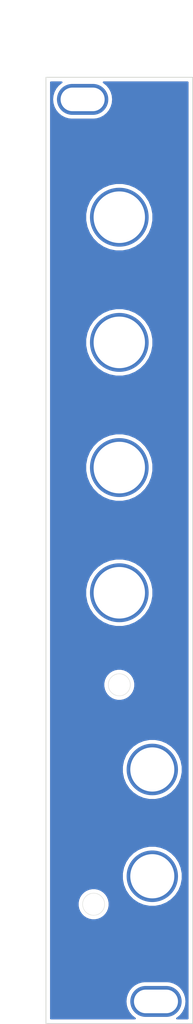
<source format=kicad_pcb>
(kicad_pcb (version 20171130) (host pcbnew 5.1.9+dfsg1-1~bpo10+1)

  (general
    (thickness 1.6)
    (drawings 29)
    (tracks 0)
    (zones 0)
    (modules 7)
    (nets 1)
  )

  (page A4)
  (layers
    (0 F.Cu signal)
    (31 B.Cu signal)
    (32 B.Adhes user)
    (33 F.Adhes user)
    (34 B.Paste user)
    (35 F.Paste user)
    (36 B.SilkS user)
    (37 F.SilkS user)
    (38 B.Mask user)
    (39 F.Mask user)
    (40 Dwgs.User user)
    (41 Cmts.User user)
    (42 Eco1.User user)
    (43 Eco2.User user)
    (44 Edge.Cuts user)
    (45 Margin user)
    (46 B.CrtYd user)
    (47 F.CrtYd user)
    (48 B.Fab user)
    (49 F.Fab user)
  )

  (setup
    (last_trace_width 0.3)
    (user_trace_width 0.45)
    (user_trace_width 0.75)
    (user_trace_width 1)
    (trace_clearance 0.2)
    (zone_clearance 0.508)
    (zone_45_only no)
    (trace_min 0.2)
    (via_size 0.8)
    (via_drill 0.4)
    (via_min_size 0.4)
    (via_min_drill 0.3)
    (uvia_size 0.3)
    (uvia_drill 0.1)
    (uvias_allowed no)
    (uvia_min_size 0.2)
    (uvia_min_drill 0.1)
    (edge_width 0.05)
    (segment_width 0.2)
    (pcb_text_width 0.3)
    (pcb_text_size 1.5 1.5)
    (mod_edge_width 0.12)
    (mod_text_size 1 1)
    (mod_text_width 0.15)
    (pad_size 1.524 1.524)
    (pad_drill 0.762)
    (pad_to_mask_clearance 0)
    (aux_axis_origin 0 0)
    (visible_elements FFFFFF7F)
    (pcbplotparams
      (layerselection 0x010fc_ffffffff)
      (usegerberextensions false)
      (usegerberattributes true)
      (usegerberadvancedattributes true)
      (creategerberjobfile true)
      (excludeedgelayer true)
      (linewidth 0.100000)
      (plotframeref false)
      (viasonmask false)
      (mode 1)
      (useauxorigin false)
      (hpglpennumber 1)
      (hpglpenspeed 20)
      (hpglpendiameter 15.000000)
      (psnegative false)
      (psa4output false)
      (plotreference true)
      (plotvalue true)
      (plotinvisibletext false)
      (padsonsilk false)
      (subtractmaskfromsilk false)
      (outputformat 1)
      (mirror false)
      (drillshape 0)
      (scaleselection 1)
      (outputdirectory "MiniADSR v1.0 - Front Panel/"))
  )

  (net 0 "")

  (net_class Default "This is the default net class."
    (clearance 0.2)
    (trace_width 0.3)
    (via_dia 0.8)
    (via_drill 0.4)
    (uvia_dia 0.3)
    (uvia_drill 0.1)
  )

  (module benjiaomodular:PanelHole_AudioJack_3.5mm (layer F.Cu) (tedit 61D8AE03) (tstamp 61D8DADE)
    (at 64.5 127.5)
    (fp_text reference REF** (at 0 0.5) (layer F.Fab) hide
      (effects (font (size 1 1) (thickness 0.15)))
    )
    (fp_text value PanelHole_AudioJack_3.5mm (at 0 14) (layer F.Fab) hide
      (effects (font (size 1 1) (thickness 0.15)))
    )
    (fp_line (start -4.5 12.48) (end -4.5 2.08) (layer F.Fab) (width 0.1))
    (fp_line (start 4.5 12.48) (end -4.5 12.48) (layer F.Fab) (width 0.1))
    (fp_line (start 5 12.98) (end -5 12.98) (layer F.CrtYd) (width 0.05))
    (fp_line (start 0 0) (end 0 2.03) (layer F.Fab) (width 0.1))
    (fp_line (start 5 -1.42) (end -5 -1.42) (layer F.CrtYd) (width 0.05))
    (fp_line (start 4.5 2.03) (end -4.5 2.03) (layer F.Fab) (width 0.1))
    (fp_line (start -5 12.98) (end -5 -1.42) (layer F.CrtYd) (width 0.05))
    (fp_line (start 4.5 12.48) (end 4.5 2.08) (layer F.Fab) (width 0.1))
    (fp_line (start 5 12.98) (end 5 -1.42) (layer F.CrtYd) (width 0.05))
    (fp_circle (center 0 6.5) (end 4 6.5) (layer F.Fab) (width 0.12))
    (pad "" thru_hole circle (at 0 6.5 180) (size 7 7) (drill 6) (layers *.Cu *.Mask))
  )

  (module benjiaomodular:PanelHole_Potentiometer_RV09 (layer F.Cu) (tedit 61D85F11) (tstamp 61D8DE60)
    (at 57.5 117.5 90)
    (fp_text reference REF** (at 0 0.5 90) (layer F.SilkS) hide
      (effects (font (size 1 1) (thickness 0.15)))
    )
    (fp_text value PanelHole_Potentiometer_RV09 (at 5.5 10 90) (layer F.Fab) hide
      (effects (font (size 1 1) (thickness 0.15)))
    )
    (fp_circle (center 7.5 2.5) (end 15 2.5) (layer F.Fab) (width 0.12))
    (fp_line (start -1.15 -3.91) (end -1.15 8.91) (layer F.CrtYd) (width 0.05))
    (fp_line (start 12.35 7.25) (end 12.35 -2.25) (layer F.Fab) (width 0.1))
    (fp_line (start 12.6 8.91) (end 12.6 -3.91) (layer F.CrtYd) (width 0.05))
    (fp_line (start 1 7.25) (end 12.35 7.25) (layer F.Fab) (width 0.1))
    (fp_line (start 1 -2.25) (end 12.35 -2.25) (layer F.Fab) (width 0.1))
    (fp_circle (center 7.5 2.5) (end 7.5 -1) (layer F.Fab) (width 0.1))
    (fp_line (start 12.6 -3.91) (end -1.15 -3.91) (layer F.CrtYd) (width 0.05))
    (fp_line (start -1.15 8.91) (end 12.6 8.91) (layer F.CrtYd) (width 0.05))
    (fp_line (start 1 7.25) (end 1 -2.25) (layer F.Fab) (width 0.1))
    (fp_text user REF** (at 0 0.5 90) (layer F.SilkS) hide
      (effects (font (size 1 1) (thickness 0.15)))
    )
    (fp_text user %R (at 7.62 2.54 90) (layer F.Fab)
      (effects (font (size 1 1) (thickness 0.15)))
    )
    (pad "" thru_hole circle (at 7.5 2.5 180) (size 8 8) (drill 7) (layers *.Cu *.Mask))
  )

  (module benjiaomodular:PanelHole_Potentiometer_RV09 (layer F.Cu) (tedit 61D85F11) (tstamp 61D8DE1F)
    (at 57.5 100.5 90)
    (fp_text reference REF** (at 0 0.5 90) (layer F.SilkS) hide
      (effects (font (size 1 1) (thickness 0.15)))
    )
    (fp_text value PanelHole_Potentiometer_RV09 (at 5.5 10 90) (layer F.Fab) hide
      (effects (font (size 1 1) (thickness 0.15)))
    )
    (fp_circle (center 7.5 2.5) (end 15 2.5) (layer F.Fab) (width 0.12))
    (fp_line (start -1.15 -3.91) (end -1.15 8.91) (layer F.CrtYd) (width 0.05))
    (fp_line (start 12.35 7.25) (end 12.35 -2.25) (layer F.Fab) (width 0.1))
    (fp_line (start 12.6 8.91) (end 12.6 -3.91) (layer F.CrtYd) (width 0.05))
    (fp_line (start 1 7.25) (end 12.35 7.25) (layer F.Fab) (width 0.1))
    (fp_line (start 1 -2.25) (end 12.35 -2.25) (layer F.Fab) (width 0.1))
    (fp_circle (center 7.5 2.5) (end 7.5 -1) (layer F.Fab) (width 0.1))
    (fp_line (start 12.6 -3.91) (end -1.15 -3.91) (layer F.CrtYd) (width 0.05))
    (fp_line (start -1.15 8.91) (end 12.6 8.91) (layer F.CrtYd) (width 0.05))
    (fp_line (start 1 7.25) (end 1 -2.25) (layer F.Fab) (width 0.1))
    (fp_text user REF** (at 0 0.5 90) (layer F.SilkS) hide
      (effects (font (size 1 1) (thickness 0.15)))
    )
    (fp_text user %R (at 7.62 2.54 90) (layer F.Fab)
      (effects (font (size 1 1) (thickness 0.15)))
    )
    (pad "" thru_hole circle (at 7.5 2.5 180) (size 8 8) (drill 7) (layers *.Cu *.Mask))
  )

  (module benjiaomodular:PanelHole_Potentiometer_RV09 (layer F.Cu) (tedit 61D85F11) (tstamp 61D8DDDE)
    (at 57.5 83.5 90)
    (fp_text reference REF** (at 0 0.5 90) (layer F.SilkS) hide
      (effects (font (size 1 1) (thickness 0.15)))
    )
    (fp_text value PanelHole_Potentiometer_RV09 (at 5.5 10 90) (layer F.Fab) hide
      (effects (font (size 1 1) (thickness 0.15)))
    )
    (fp_circle (center 7.5 2.5) (end 15 2.5) (layer F.Fab) (width 0.12))
    (fp_line (start -1.15 -3.91) (end -1.15 8.91) (layer F.CrtYd) (width 0.05))
    (fp_line (start 12.35 7.25) (end 12.35 -2.25) (layer F.Fab) (width 0.1))
    (fp_line (start 12.6 8.91) (end 12.6 -3.91) (layer F.CrtYd) (width 0.05))
    (fp_line (start 1 7.25) (end 12.35 7.25) (layer F.Fab) (width 0.1))
    (fp_line (start 1 -2.25) (end 12.35 -2.25) (layer F.Fab) (width 0.1))
    (fp_circle (center 7.5 2.5) (end 7.5 -1) (layer F.Fab) (width 0.1))
    (fp_line (start 12.6 -3.91) (end -1.15 -3.91) (layer F.CrtYd) (width 0.05))
    (fp_line (start -1.15 8.91) (end 12.6 8.91) (layer F.CrtYd) (width 0.05))
    (fp_line (start 1 7.25) (end 1 -2.25) (layer F.Fab) (width 0.1))
    (fp_text user REF** (at 0 0.5 90) (layer F.SilkS) hide
      (effects (font (size 1 1) (thickness 0.15)))
    )
    (fp_text user %R (at 7.62 2.54 90) (layer F.Fab)
      (effects (font (size 1 1) (thickness 0.15)))
    )
    (pad "" thru_hole circle (at 7.5 2.5 180) (size 8 8) (drill 7) (layers *.Cu *.Mask))
  )

  (module benjiaomodular:PanelHole_Potentiometer_RV09 (layer F.Cu) (tedit 61D85F11) (tstamp 61D8DD9D)
    (at 57.5 66.5 90)
    (fp_text reference REF** (at 0 0.5 90) (layer F.SilkS) hide
      (effects (font (size 1 1) (thickness 0.15)))
    )
    (fp_text value PanelHole_Potentiometer_RV09 (at 5.5 10 90) (layer F.Fab) hide
      (effects (font (size 1 1) (thickness 0.15)))
    )
    (fp_circle (center 7.5 2.5) (end 15 2.5) (layer F.Fab) (width 0.12))
    (fp_line (start -1.15 -3.91) (end -1.15 8.91) (layer F.CrtYd) (width 0.05))
    (fp_line (start 12.35 7.25) (end 12.35 -2.25) (layer F.Fab) (width 0.1))
    (fp_line (start 12.6 8.91) (end 12.6 -3.91) (layer F.CrtYd) (width 0.05))
    (fp_line (start 1 7.25) (end 12.35 7.25) (layer F.Fab) (width 0.1))
    (fp_line (start 1 -2.25) (end 12.35 -2.25) (layer F.Fab) (width 0.1))
    (fp_circle (center 7.5 2.5) (end 7.5 -1) (layer F.Fab) (width 0.1))
    (fp_line (start 12.6 -3.91) (end -1.15 -3.91) (layer F.CrtYd) (width 0.05))
    (fp_line (start -1.15 8.91) (end 12.6 8.91) (layer F.CrtYd) (width 0.05))
    (fp_line (start 1 7.25) (end 1 -2.25) (layer F.Fab) (width 0.1))
    (fp_text user REF** (at 0 0.5 90) (layer F.SilkS) hide
      (effects (font (size 1 1) (thickness 0.15)))
    )
    (fp_text user %R (at 7.62 2.54 90) (layer F.Fab)
      (effects (font (size 1 1) (thickness 0.15)))
    )
    (pad "" thru_hole circle (at 7.5 2.5 180) (size 8 8) (drill 7) (layers *.Cu *.Mask))
  )

  (module benjiaomodular:Panel_4HP (layer F.Cu) (tedit 61D8671B) (tstamp 61D8DA20)
    (at 50 40)
    (fp_text reference REF** (at 18 -1) (layer F.Fab) hide
      (effects (font (size 1 1) (thickness 0.15)))
    )
    (fp_text value Panel_4HP (at 4 -1) (layer F.Fab)
      (effects (font (size 1 1) (thickness 0.15)))
    )
    (fp_line (start 20 128.5) (end 0 128.5) (layer Dwgs.User) (width 0.12))
    (fp_line (start 0 115.5) (end 20 115.5) (layer Dwgs.User) (width 0.12))
    (fp_line (start 0 3) (end 20 3) (layer Dwgs.User) (width 0.12))
    (fp_line (start 20 0) (end 20 128.5) (layer Dwgs.User) (width 0.12))
    (fp_line (start 0 0) (end 20 0) (layer Dwgs.User) (width 0.12))
    (fp_line (start 0 13) (end 20 13) (layer Dwgs.User) (width 0.12))
    (fp_line (start 0 125.5) (end 20 125.5) (layer Dwgs.User) (width 0.12))
    (fp_line (start 0 128.5) (end 0 0) (layer Dwgs.User) (width 0.12))
    (fp_text user REF** (at 5.5 3.5) (layer F.SilkS) hide
      (effects (font (size 1 1) (thickness 0.15)))
    )
    (pad 1 thru_hole oval (at 15 125.5) (size 7 4.2) (drill oval 6 3.2) (layers *.Cu *.Mask))
    (pad 1 thru_hole oval (at 5 3) (size 7 4.2) (drill oval 6 3.2) (layers *.Cu *.Mask))
  )

  (module benjiaomodular:PanelHole_AudioJack_3.5mm (layer F.Cu) (tedit 61D861E6) (tstamp 61D8D80A)
    (at 64.5 142)
    (fp_text reference REF** (at 0 0.5) (layer F.Fab) hide
      (effects (font (size 1 1) (thickness 0.15)))
    )
    (fp_text value PanelHole_AudioJack_3.5mm (at 0 14) (layer F.Fab) hide
      (effects (font (size 1 1) (thickness 0.15)))
    )
    (fp_line (start -4.5 12.48) (end -4.5 2.08) (layer F.Fab) (width 0.1))
    (fp_line (start 4.5 12.48) (end -4.5 12.48) (layer F.Fab) (width 0.1))
    (fp_line (start 5 12.98) (end -5 12.98) (layer F.CrtYd) (width 0.05))
    (fp_line (start 0 0) (end 0 2.03) (layer F.Fab) (width 0.1))
    (fp_line (start 5 -1.42) (end -5 -1.42) (layer F.CrtYd) (width 0.05))
    (fp_line (start 4.5 2.03) (end -4.5 2.03) (layer F.Fab) (width 0.1))
    (fp_line (start -5 12.98) (end -5 -1.42) (layer F.CrtYd) (width 0.05))
    (fp_line (start 4.5 12.48) (end 4.5 2.08) (layer F.Fab) (width 0.1))
    (fp_line (start 5 12.98) (end 5 -1.42) (layer F.CrtYd) (width 0.05))
    (fp_circle (center 0 6.5) (end 4 6.5) (layer F.Fab) (width 0.12))
    (pad "" thru_hole circle (at 0 6.5 180) (size 7 7) (drill 6) (layers *.Cu *.Mask))
  )

  (dimension 9 (width 0.15) (layer Dwgs.User)
    (gr_text "9.000 mm" (at 47.4 164 90) (layer Dwgs.User)
      (effects (font (size 1 1) (thickness 0.15)))
    )
    (feature1 (pts (xy 68.9 159.5) (xy 48.113579 159.5)))
    (feature2 (pts (xy 68.9 168.5) (xy 48.113579 168.5)))
    (crossbar (pts (xy 48.7 168.5) (xy 48.7 159.5)))
    (arrow1a (pts (xy 48.7 159.5) (xy 49.286421 160.626504)))
    (arrow1b (pts (xy 48.7 159.5) (xy 48.113579 160.626504)))
    (arrow2a (pts (xy 48.7 168.5) (xy 49.286421 167.373496)))
    (arrow2b (pts (xy 48.7 168.5) (xy 48.113579 167.373496)))
  )
  (gr_text @benjiaomodular (at 60.1 159.5) (layer F.Mask)
    (effects (font (size 1.25 1.25) (thickness 0.15)))
  )
  (gr_circle (center 60 122.5) (end 61.5 122.5) (layer Edge.Cuts) (width 0.05))
  (dimension 10 (width 0.15) (layer Dwgs.User)
    (gr_text "10.000 mm" (at 55 119.2) (layer Dwgs.User)
      (effects (font (size 1 1) (thickness 0.15)))
    )
    (feature1 (pts (xy 60 122.5) (xy 60 119.913579)))
    (feature2 (pts (xy 50 122.5) (xy 50 119.913579)))
    (crossbar (pts (xy 50 120.5) (xy 60 120.5)))
    (arrow1a (pts (xy 60 120.5) (xy 58.873496 121.086421)))
    (arrow1b (pts (xy 60 120.5) (xy 58.873496 119.913579)))
    (arrow2a (pts (xy 50 120.5) (xy 51.126504 121.086421)))
    (arrow2b (pts (xy 50 120.5) (xy 51.126504 119.913579)))
  )
  (gr_circle (center 64.5 148.5) (end 68.50125 148.5) (layer F.Mask) (width 1.5))
  (gr_line (start 60 100.7) (end 60 102.3) (layer F.Mask) (width 0.6) (tstamp 61D8CC95))
  (gr_line (start 60 83.7) (end 60 85.3) (layer F.Mask) (width 0.6) (tstamp 61D8CC95))
  (gr_line (start 60 66.7) (end 60 68.3) (layer F.Mask) (width 0.6))
  (gr_line (start 58.1 151.6) (end 60.5 150.4) (layer F.Mask) (width 0.6))
  (gr_circle (center 56.5 152.3) (end 58 152.3) (layer Edge.Cuts) (width 0.05))
  (dimension 6.5 (width 0.15) (layer Dwgs.User)
    (gr_text "6.500 mm" (at 53.25 159.7) (layer Dwgs.User)
      (effects (font (size 1 1) (thickness 0.15)))
    )
    (feature1 (pts (xy 56.5 152.3) (xy 56.5 158.986421)))
    (feature2 (pts (xy 50 152.3) (xy 50 158.986421)))
    (crossbar (pts (xy 50 158.4) (xy 56.5 158.4)))
    (arrow1a (pts (xy 56.5 158.4) (xy 55.373496 158.986421)))
    (arrow1b (pts (xy 56.5 158.4) (xy 55.373496 157.813579)))
    (arrow2a (pts (xy 50 158.4) (xy 51.126504 158.986421)))
    (arrow2b (pts (xy 50 158.4) (xy 51.126504 157.813579)))
  )
  (gr_circle (center 64.5 148.5) (end 68.5 148.5) (layer Dwgs.User) (width 0.15))
  (gr_circle (center 64.5 134) (end 68.5 134) (layer Dwgs.User) (width 0.15) (tstamp 61D99A47))
  (gr_text IN (at 64.525 127.925) (layer F.Mask) (tstamp 61DA5A21)
    (effects (font (size 2 2) (thickness 0.4)))
  )
  (gr_text OUT (at 64.475 142.15) (layer F.Mask)
    (effects (font (size 2 2) (thickness 0.4)))
  )
  (gr_text MiniADSR (at 59.75 48.5) (layer F.Mask)
    (effects (font (size 2 2) (thickness 0.3)))
  )
  (gr_circle (center 60 110) (end 67.566373 110) (layer F.Mask) (width 0.45) (tstamp 61D8FA5E))
  (gr_circle (center 60 93) (end 67.566373 93) (layer F.Mask) (width 0.45) (tstamp 61D8FA5E))
  (gr_circle (center 60 76) (end 67.566373 76) (layer F.Mask) (width 0.45) (tstamp 61D8FA5E))
  (gr_circle (center 60 59) (end 67.566373 59) (layer F.Mask) (width 0.45))
  (gr_text A (at 53.5 67) (layer F.Mask) (tstamp 61D8F630)
    (effects (font (size 2 2) (thickness 0.24)))
  )
  (gr_text S (at 53.5 101) (layer F.Mask)
    (effects (font (size 2 2) (thickness 0.24)))
  )
  (gr_text R (at 53.5 118) (layer F.Mask)
    (effects (font (size 2 2) (thickness 0.24)))
  )
  (gr_text D (at 53.5 84) (layer F.Mask)
    (effects (font (size 2 2) (thickness 0.24)))
  )
  (dimension 7.5 (width 0.15) (layer Dwgs.User)
    (gr_text "7.500 mm" (at 53.75 30.2) (layer Dwgs.User)
      (effects (font (size 1 1) (thickness 0.15)))
    )
    (feature1 (pts (xy 50 66.5) (xy 50 30.913579)))
    (feature2 (pts (xy 57.5 66.5) (xy 57.5 30.913579)))
    (crossbar (pts (xy 57.5 31.5) (xy 50 31.5)))
    (arrow1a (pts (xy 50 31.5) (xy 51.126504 30.913579)))
    (arrow1b (pts (xy 50 31.5) (xy 51.126504 32.086421)))
    (arrow2a (pts (xy 57.5 31.5) (xy 56.373496 30.913579)))
    (arrow2b (pts (xy 57.5 31.5) (xy 56.373496 32.086421)))
  )
  (gr_line (start 70 40) (end 70 168.5) (layer Edge.Cuts) (width 0.1))
  (gr_line (start 50 40) (end 70 40) (layer Edge.Cuts) (width 0.1))
  (gr_line (start 50 168.5) (end 50 40) (layer Edge.Cuts) (width 0.1))
  (gr_line (start 70 168.5) (end 50 168.5) (layer Edge.Cuts) (width 0.1))

  (zone (net 0) (net_name "") (layer F.Cu) (tstamp 61D9AE76) (hatch edge 0.508)
    (connect_pads (clearance 0.508))
    (min_thickness 0.254)
    (fill yes (arc_segments 32) (thermal_gap 0.508) (thermal_bridge_width 0.508))
    (polygon
      (pts
        (xy 69.5 168) (xy 50.5 168) (xy 50.5 40.5) (xy 69.5 40.5)
      )
    )
    (filled_polygon
      (pts
        (xy 52.073164 40.714928) (xy 51.656706 41.056706) (xy 51.314928 41.473164) (xy 51.060964 41.948297) (xy 50.904574 42.463846)
        (xy 50.851767 43) (xy 50.904574 43.536154) (xy 51.060964 44.051703) (xy 51.314928 44.526836) (xy 51.656706 44.943294)
        (xy 52.073164 45.285072) (xy 52.548297 45.539036) (xy 53.063846 45.695426) (xy 53.465644 45.735) (xy 56.534356 45.735)
        (xy 56.936154 45.695426) (xy 57.451703 45.539036) (xy 57.926836 45.285072) (xy 58.343294 44.943294) (xy 58.685072 44.526836)
        (xy 58.939036 44.051703) (xy 59.095426 43.536154) (xy 59.148233 43) (xy 59.095426 42.463846) (xy 58.939036 41.948297)
        (xy 58.685072 41.473164) (xy 58.343294 41.056706) (xy 57.926836 40.714928) (xy 57.870845 40.685) (xy 69.315 40.685)
        (xy 69.315001 167.815) (xy 67.870845 167.815) (xy 67.926836 167.785072) (xy 68.343294 167.443294) (xy 68.685072 167.026836)
        (xy 68.939036 166.551703) (xy 69.095426 166.036154) (xy 69.148233 165.5) (xy 69.095426 164.963846) (xy 68.939036 164.448297)
        (xy 68.685072 163.973164) (xy 68.343294 163.556706) (xy 67.926836 163.214928) (xy 67.451703 162.960964) (xy 66.936154 162.804574)
        (xy 66.534356 162.765) (xy 63.465644 162.765) (xy 63.063846 162.804574) (xy 62.548297 162.960964) (xy 62.073164 163.214928)
        (xy 61.656706 163.556706) (xy 61.314928 163.973164) (xy 61.060964 164.448297) (xy 60.904574 164.963846) (xy 60.851767 165.5)
        (xy 60.904574 166.036154) (xy 61.060964 166.551703) (xy 61.314928 167.026836) (xy 61.656706 167.443294) (xy 62.073164 167.785072)
        (xy 62.129155 167.815) (xy 50.685 167.815) (xy 50.685 152.086323) (xy 54.330497 152.086323) (xy 54.330497 152.513677)
        (xy 54.41387 152.932821) (xy 54.577412 153.327645) (xy 54.814837 153.682977) (xy 55.117023 153.985163) (xy 55.472355 154.222588)
        (xy 55.867179 154.38613) (xy 56.286323 154.469503) (xy 56.713677 154.469503) (xy 57.132821 154.38613) (xy 57.527645 154.222588)
        (xy 57.882977 153.985163) (xy 58.185163 153.682977) (xy 58.422588 153.327645) (xy 58.58613 152.932821) (xy 58.669503 152.513677)
        (xy 58.669503 152.086323) (xy 58.58613 151.667179) (xy 58.422588 151.272355) (xy 58.185163 150.917023) (xy 57.882977 150.614837)
        (xy 57.527645 150.377412) (xy 57.132821 150.21387) (xy 56.713677 150.130497) (xy 56.286323 150.130497) (xy 55.867179 150.21387)
        (xy 55.472355 150.377412) (xy 55.117023 150.614837) (xy 54.814837 150.917023) (xy 54.577412 151.272355) (xy 54.41387 151.667179)
        (xy 54.330497 152.086323) (xy 50.685 152.086323) (xy 50.685 148.092738) (xy 60.365 148.092738) (xy 60.365 148.907262)
        (xy 60.523906 149.706135) (xy 60.835611 150.458657) (xy 61.288136 151.135909) (xy 61.864091 151.711864) (xy 62.541343 152.164389)
        (xy 63.293865 152.476094) (xy 64.092738 152.635) (xy 64.907262 152.635) (xy 65.706135 152.476094) (xy 66.458657 152.164389)
        (xy 67.135909 151.711864) (xy 67.711864 151.135909) (xy 68.164389 150.458657) (xy 68.476094 149.706135) (xy 68.635 148.907262)
        (xy 68.635 148.092738) (xy 68.476094 147.293865) (xy 68.164389 146.541343) (xy 67.711864 145.864091) (xy 67.135909 145.288136)
        (xy 66.458657 144.835611) (xy 65.706135 144.523906) (xy 64.907262 144.365) (xy 64.092738 144.365) (xy 63.293865 144.523906)
        (xy 62.541343 144.835611) (xy 61.864091 145.288136) (xy 61.288136 145.864091) (xy 60.835611 146.541343) (xy 60.523906 147.293865)
        (xy 60.365 148.092738) (xy 50.685 148.092738) (xy 50.685 133.592738) (xy 60.365 133.592738) (xy 60.365 134.407262)
        (xy 60.523906 135.206135) (xy 60.835611 135.958657) (xy 61.288136 136.635909) (xy 61.864091 137.211864) (xy 62.541343 137.664389)
        (xy 63.293865 137.976094) (xy 64.092738 138.135) (xy 64.907262 138.135) (xy 65.706135 137.976094) (xy 66.458657 137.664389)
        (xy 67.135909 137.211864) (xy 67.711864 136.635909) (xy 68.164389 135.958657) (xy 68.476094 135.206135) (xy 68.635 134.407262)
        (xy 68.635 133.592738) (xy 68.476094 132.793865) (xy 68.164389 132.041343) (xy 67.711864 131.364091) (xy 67.135909 130.788136)
        (xy 66.458657 130.335611) (xy 65.706135 130.023906) (xy 64.907262 129.865) (xy 64.092738 129.865) (xy 63.293865 130.023906)
        (xy 62.541343 130.335611) (xy 61.864091 130.788136) (xy 61.288136 131.364091) (xy 60.835611 132.041343) (xy 60.523906 132.793865)
        (xy 60.365 133.592738) (xy 50.685 133.592738) (xy 50.685 122.286323) (xy 57.830497 122.286323) (xy 57.830497 122.713677)
        (xy 57.91387 123.132821) (xy 58.077412 123.527645) (xy 58.314837 123.882977) (xy 58.617023 124.185163) (xy 58.972355 124.422588)
        (xy 59.367179 124.58613) (xy 59.786323 124.669503) (xy 60.213677 124.669503) (xy 60.632821 124.58613) (xy 61.027645 124.422588)
        (xy 61.382977 124.185163) (xy 61.685163 123.882977) (xy 61.922588 123.527645) (xy 62.08613 123.132821) (xy 62.169503 122.713677)
        (xy 62.169503 122.286323) (xy 62.08613 121.867179) (xy 61.922588 121.472355) (xy 61.685163 121.117023) (xy 61.382977 120.814837)
        (xy 61.027645 120.577412) (xy 60.632821 120.41387) (xy 60.213677 120.330497) (xy 59.786323 120.330497) (xy 59.367179 120.41387)
        (xy 58.972355 120.577412) (xy 58.617023 120.814837) (xy 58.314837 121.117023) (xy 58.077412 121.472355) (xy 57.91387 121.867179)
        (xy 57.830497 122.286323) (xy 50.685 122.286323) (xy 50.685 109.543492) (xy 55.365 109.543492) (xy 55.365 110.456508)
        (xy 55.54312 111.35198) (xy 55.892516 112.195496) (xy 56.39976 112.95464) (xy 57.04536 113.60024) (xy 57.804504 114.107484)
        (xy 58.64802 114.45688) (xy 59.543492 114.635) (xy 60.456508 114.635) (xy 61.35198 114.45688) (xy 62.195496 114.107484)
        (xy 62.95464 113.60024) (xy 63.60024 112.95464) (xy 64.107484 112.195496) (xy 64.45688 111.35198) (xy 64.635 110.456508)
        (xy 64.635 109.543492) (xy 64.45688 108.64802) (xy 64.107484 107.804504) (xy 63.60024 107.04536) (xy 62.95464 106.39976)
        (xy 62.195496 105.892516) (xy 61.35198 105.54312) (xy 60.456508 105.365) (xy 59.543492 105.365) (xy 58.64802 105.54312)
        (xy 57.804504 105.892516) (xy 57.04536 106.39976) (xy 56.39976 107.04536) (xy 55.892516 107.804504) (xy 55.54312 108.64802)
        (xy 55.365 109.543492) (xy 50.685 109.543492) (xy 50.685 92.543492) (xy 55.365 92.543492) (xy 55.365 93.456508)
        (xy 55.54312 94.35198) (xy 55.892516 95.195496) (xy 56.39976 95.95464) (xy 57.04536 96.60024) (xy 57.804504 97.107484)
        (xy 58.64802 97.45688) (xy 59.543492 97.635) (xy 60.456508 97.635) (xy 61.35198 97.45688) (xy 62.195496 97.107484)
        (xy 62.95464 96.60024) (xy 63.60024 95.95464) (xy 64.107484 95.195496) (xy 64.45688 94.35198) (xy 64.635 93.456508)
        (xy 64.635 92.543492) (xy 64.45688 91.64802) (xy 64.107484 90.804504) (xy 63.60024 90.04536) (xy 62.95464 89.39976)
        (xy 62.195496 88.892516) (xy 61.35198 88.54312) (xy 60.456508 88.365) (xy 59.543492 88.365) (xy 58.64802 88.54312)
        (xy 57.804504 88.892516) (xy 57.04536 89.39976) (xy 56.39976 90.04536) (xy 55.892516 90.804504) (xy 55.54312 91.64802)
        (xy 55.365 92.543492) (xy 50.685 92.543492) (xy 50.685 75.543492) (xy 55.365 75.543492) (xy 55.365 76.456508)
        (xy 55.54312 77.35198) (xy 55.892516 78.195496) (xy 56.39976 78.95464) (xy 57.04536 79.60024) (xy 57.804504 80.107484)
        (xy 58.64802 80.45688) (xy 59.543492 80.635) (xy 60.456508 80.635) (xy 61.35198 80.45688) (xy 62.195496 80.107484)
        (xy 62.95464 79.60024) (xy 63.60024 78.95464) (xy 64.107484 78.195496) (xy 64.45688 77.35198) (xy 64.635 76.456508)
        (xy 64.635 75.543492) (xy 64.45688 74.64802) (xy 64.107484 73.804504) (xy 63.60024 73.04536) (xy 62.95464 72.39976)
        (xy 62.195496 71.892516) (xy 61.35198 71.54312) (xy 60.456508 71.365) (xy 59.543492 71.365) (xy 58.64802 71.54312)
        (xy 57.804504 71.892516) (xy 57.04536 72.39976) (xy 56.39976 73.04536) (xy 55.892516 73.804504) (xy 55.54312 74.64802)
        (xy 55.365 75.543492) (xy 50.685 75.543492) (xy 50.685 58.543492) (xy 55.365 58.543492) (xy 55.365 59.456508)
        (xy 55.54312 60.35198) (xy 55.892516 61.195496) (xy 56.39976 61.95464) (xy 57.04536 62.60024) (xy 57.804504 63.107484)
        (xy 58.64802 63.45688) (xy 59.543492 63.635) (xy 60.456508 63.635) (xy 61.35198 63.45688) (xy 62.195496 63.107484)
        (xy 62.95464 62.60024) (xy 63.60024 61.95464) (xy 64.107484 61.195496) (xy 64.45688 60.35198) (xy 64.635 59.456508)
        (xy 64.635 58.543492) (xy 64.45688 57.64802) (xy 64.107484 56.804504) (xy 63.60024 56.04536) (xy 62.95464 55.39976)
        (xy 62.195496 54.892516) (xy 61.35198 54.54312) (xy 60.456508 54.365) (xy 59.543492 54.365) (xy 58.64802 54.54312)
        (xy 57.804504 54.892516) (xy 57.04536 55.39976) (xy 56.39976 56.04536) (xy 55.892516 56.804504) (xy 55.54312 57.64802)
        (xy 55.365 58.543492) (xy 50.685 58.543492) (xy 50.685 40.685) (xy 52.129155 40.685)
      )
    )
  )
  (zone (net 0) (net_name "") (layer B.Cu) (tstamp 61D9AE73) (hatch edge 0.508)
    (connect_pads (clearance 0.508))
    (min_thickness 0.254)
    (fill yes (arc_segments 32) (thermal_gap 0.508) (thermal_bridge_width 0.508))
    (polygon
      (pts
        (xy 69.5 168) (xy 50.5 168) (xy 50.5 40.5) (xy 69.5 40.5)
      )
    )
    (filled_polygon
      (pts
        (xy 52.073164 40.714928) (xy 51.656706 41.056706) (xy 51.314928 41.473164) (xy 51.060964 41.948297) (xy 50.904574 42.463846)
        (xy 50.851767 43) (xy 50.904574 43.536154) (xy 51.060964 44.051703) (xy 51.314928 44.526836) (xy 51.656706 44.943294)
        (xy 52.073164 45.285072) (xy 52.548297 45.539036) (xy 53.063846 45.695426) (xy 53.465644 45.735) (xy 56.534356 45.735)
        (xy 56.936154 45.695426) (xy 57.451703 45.539036) (xy 57.926836 45.285072) (xy 58.343294 44.943294) (xy 58.685072 44.526836)
        (xy 58.939036 44.051703) (xy 59.095426 43.536154) (xy 59.148233 43) (xy 59.095426 42.463846) (xy 58.939036 41.948297)
        (xy 58.685072 41.473164) (xy 58.343294 41.056706) (xy 57.926836 40.714928) (xy 57.870845 40.685) (xy 69.315 40.685)
        (xy 69.315001 167.815) (xy 67.870845 167.815) (xy 67.926836 167.785072) (xy 68.343294 167.443294) (xy 68.685072 167.026836)
        (xy 68.939036 166.551703) (xy 69.095426 166.036154) (xy 69.148233 165.5) (xy 69.095426 164.963846) (xy 68.939036 164.448297)
        (xy 68.685072 163.973164) (xy 68.343294 163.556706) (xy 67.926836 163.214928) (xy 67.451703 162.960964) (xy 66.936154 162.804574)
        (xy 66.534356 162.765) (xy 63.465644 162.765) (xy 63.063846 162.804574) (xy 62.548297 162.960964) (xy 62.073164 163.214928)
        (xy 61.656706 163.556706) (xy 61.314928 163.973164) (xy 61.060964 164.448297) (xy 60.904574 164.963846) (xy 60.851767 165.5)
        (xy 60.904574 166.036154) (xy 61.060964 166.551703) (xy 61.314928 167.026836) (xy 61.656706 167.443294) (xy 62.073164 167.785072)
        (xy 62.129155 167.815) (xy 50.685 167.815) (xy 50.685 152.086323) (xy 54.330497 152.086323) (xy 54.330497 152.513677)
        (xy 54.41387 152.932821) (xy 54.577412 153.327645) (xy 54.814837 153.682977) (xy 55.117023 153.985163) (xy 55.472355 154.222588)
        (xy 55.867179 154.38613) (xy 56.286323 154.469503) (xy 56.713677 154.469503) (xy 57.132821 154.38613) (xy 57.527645 154.222588)
        (xy 57.882977 153.985163) (xy 58.185163 153.682977) (xy 58.422588 153.327645) (xy 58.58613 152.932821) (xy 58.669503 152.513677)
        (xy 58.669503 152.086323) (xy 58.58613 151.667179) (xy 58.422588 151.272355) (xy 58.185163 150.917023) (xy 57.882977 150.614837)
        (xy 57.527645 150.377412) (xy 57.132821 150.21387) (xy 56.713677 150.130497) (xy 56.286323 150.130497) (xy 55.867179 150.21387)
        (xy 55.472355 150.377412) (xy 55.117023 150.614837) (xy 54.814837 150.917023) (xy 54.577412 151.272355) (xy 54.41387 151.667179)
        (xy 54.330497 152.086323) (xy 50.685 152.086323) (xy 50.685 148.092738) (xy 60.365 148.092738) (xy 60.365 148.907262)
        (xy 60.523906 149.706135) (xy 60.835611 150.458657) (xy 61.288136 151.135909) (xy 61.864091 151.711864) (xy 62.541343 152.164389)
        (xy 63.293865 152.476094) (xy 64.092738 152.635) (xy 64.907262 152.635) (xy 65.706135 152.476094) (xy 66.458657 152.164389)
        (xy 67.135909 151.711864) (xy 67.711864 151.135909) (xy 68.164389 150.458657) (xy 68.476094 149.706135) (xy 68.635 148.907262)
        (xy 68.635 148.092738) (xy 68.476094 147.293865) (xy 68.164389 146.541343) (xy 67.711864 145.864091) (xy 67.135909 145.288136)
        (xy 66.458657 144.835611) (xy 65.706135 144.523906) (xy 64.907262 144.365) (xy 64.092738 144.365) (xy 63.293865 144.523906)
        (xy 62.541343 144.835611) (xy 61.864091 145.288136) (xy 61.288136 145.864091) (xy 60.835611 146.541343) (xy 60.523906 147.293865)
        (xy 60.365 148.092738) (xy 50.685 148.092738) (xy 50.685 133.592738) (xy 60.365 133.592738) (xy 60.365 134.407262)
        (xy 60.523906 135.206135) (xy 60.835611 135.958657) (xy 61.288136 136.635909) (xy 61.864091 137.211864) (xy 62.541343 137.664389)
        (xy 63.293865 137.976094) (xy 64.092738 138.135) (xy 64.907262 138.135) (xy 65.706135 137.976094) (xy 66.458657 137.664389)
        (xy 67.135909 137.211864) (xy 67.711864 136.635909) (xy 68.164389 135.958657) (xy 68.476094 135.206135) (xy 68.635 134.407262)
        (xy 68.635 133.592738) (xy 68.476094 132.793865) (xy 68.164389 132.041343) (xy 67.711864 131.364091) (xy 67.135909 130.788136)
        (xy 66.458657 130.335611) (xy 65.706135 130.023906) (xy 64.907262 129.865) (xy 64.092738 129.865) (xy 63.293865 130.023906)
        (xy 62.541343 130.335611) (xy 61.864091 130.788136) (xy 61.288136 131.364091) (xy 60.835611 132.041343) (xy 60.523906 132.793865)
        (xy 60.365 133.592738) (xy 50.685 133.592738) (xy 50.685 122.286323) (xy 57.830497 122.286323) (xy 57.830497 122.713677)
        (xy 57.91387 123.132821) (xy 58.077412 123.527645) (xy 58.314837 123.882977) (xy 58.617023 124.185163) (xy 58.972355 124.422588)
        (xy 59.367179 124.58613) (xy 59.786323 124.669503) (xy 60.213677 124.669503) (xy 60.632821 124.58613) (xy 61.027645 124.422588)
        (xy 61.382977 124.185163) (xy 61.685163 123.882977) (xy 61.922588 123.527645) (xy 62.08613 123.132821) (xy 62.169503 122.713677)
        (xy 62.169503 122.286323) (xy 62.08613 121.867179) (xy 61.922588 121.472355) (xy 61.685163 121.117023) (xy 61.382977 120.814837)
        (xy 61.027645 120.577412) (xy 60.632821 120.41387) (xy 60.213677 120.330497) (xy 59.786323 120.330497) (xy 59.367179 120.41387)
        (xy 58.972355 120.577412) (xy 58.617023 120.814837) (xy 58.314837 121.117023) (xy 58.077412 121.472355) (xy 57.91387 121.867179)
        (xy 57.830497 122.286323) (xy 50.685 122.286323) (xy 50.685 109.543492) (xy 55.365 109.543492) (xy 55.365 110.456508)
        (xy 55.54312 111.35198) (xy 55.892516 112.195496) (xy 56.39976 112.95464) (xy 57.04536 113.60024) (xy 57.804504 114.107484)
        (xy 58.64802 114.45688) (xy 59.543492 114.635) (xy 60.456508 114.635) (xy 61.35198 114.45688) (xy 62.195496 114.107484)
        (xy 62.95464 113.60024) (xy 63.60024 112.95464) (xy 64.107484 112.195496) (xy 64.45688 111.35198) (xy 64.635 110.456508)
        (xy 64.635 109.543492) (xy 64.45688 108.64802) (xy 64.107484 107.804504) (xy 63.60024 107.04536) (xy 62.95464 106.39976)
        (xy 62.195496 105.892516) (xy 61.35198 105.54312) (xy 60.456508 105.365) (xy 59.543492 105.365) (xy 58.64802 105.54312)
        (xy 57.804504 105.892516) (xy 57.04536 106.39976) (xy 56.39976 107.04536) (xy 55.892516 107.804504) (xy 55.54312 108.64802)
        (xy 55.365 109.543492) (xy 50.685 109.543492) (xy 50.685 92.543492) (xy 55.365 92.543492) (xy 55.365 93.456508)
        (xy 55.54312 94.35198) (xy 55.892516 95.195496) (xy 56.39976 95.95464) (xy 57.04536 96.60024) (xy 57.804504 97.107484)
        (xy 58.64802 97.45688) (xy 59.543492 97.635) (xy 60.456508 97.635) (xy 61.35198 97.45688) (xy 62.195496 97.107484)
        (xy 62.95464 96.60024) (xy 63.60024 95.95464) (xy 64.107484 95.195496) (xy 64.45688 94.35198) (xy 64.635 93.456508)
        (xy 64.635 92.543492) (xy 64.45688 91.64802) (xy 64.107484 90.804504) (xy 63.60024 90.04536) (xy 62.95464 89.39976)
        (xy 62.195496 88.892516) (xy 61.35198 88.54312) (xy 60.456508 88.365) (xy 59.543492 88.365) (xy 58.64802 88.54312)
        (xy 57.804504 88.892516) (xy 57.04536 89.39976) (xy 56.39976 90.04536) (xy 55.892516 90.804504) (xy 55.54312 91.64802)
        (xy 55.365 92.543492) (xy 50.685 92.543492) (xy 50.685 75.543492) (xy 55.365 75.543492) (xy 55.365 76.456508)
        (xy 55.54312 77.35198) (xy 55.892516 78.195496) (xy 56.39976 78.95464) (xy 57.04536 79.60024) (xy 57.804504 80.107484)
        (xy 58.64802 80.45688) (xy 59.543492 80.635) (xy 60.456508 80.635) (xy 61.35198 80.45688) (xy 62.195496 80.107484)
        (xy 62.95464 79.60024) (xy 63.60024 78.95464) (xy 64.107484 78.195496) (xy 64.45688 77.35198) (xy 64.635 76.456508)
        (xy 64.635 75.543492) (xy 64.45688 74.64802) (xy 64.107484 73.804504) (xy 63.60024 73.04536) (xy 62.95464 72.39976)
        (xy 62.195496 71.892516) (xy 61.35198 71.54312) (xy 60.456508 71.365) (xy 59.543492 71.365) (xy 58.64802 71.54312)
        (xy 57.804504 71.892516) (xy 57.04536 72.39976) (xy 56.39976 73.04536) (xy 55.892516 73.804504) (xy 55.54312 74.64802)
        (xy 55.365 75.543492) (xy 50.685 75.543492) (xy 50.685 58.543492) (xy 55.365 58.543492) (xy 55.365 59.456508)
        (xy 55.54312 60.35198) (xy 55.892516 61.195496) (xy 56.39976 61.95464) (xy 57.04536 62.60024) (xy 57.804504 63.107484)
        (xy 58.64802 63.45688) (xy 59.543492 63.635) (xy 60.456508 63.635) (xy 61.35198 63.45688) (xy 62.195496 63.107484)
        (xy 62.95464 62.60024) (xy 63.60024 61.95464) (xy 64.107484 61.195496) (xy 64.45688 60.35198) (xy 64.635 59.456508)
        (xy 64.635 58.543492) (xy 64.45688 57.64802) (xy 64.107484 56.804504) (xy 63.60024 56.04536) (xy 62.95464 55.39976)
        (xy 62.195496 54.892516) (xy 61.35198 54.54312) (xy 60.456508 54.365) (xy 59.543492 54.365) (xy 58.64802 54.54312)
        (xy 57.804504 54.892516) (xy 57.04536 55.39976) (xy 56.39976 56.04536) (xy 55.892516 56.804504) (xy 55.54312 57.64802)
        (xy 55.365 58.543492) (xy 50.685 58.543492) (xy 50.685 40.685) (xy 52.129155 40.685)
      )
    )
  )
)

</source>
